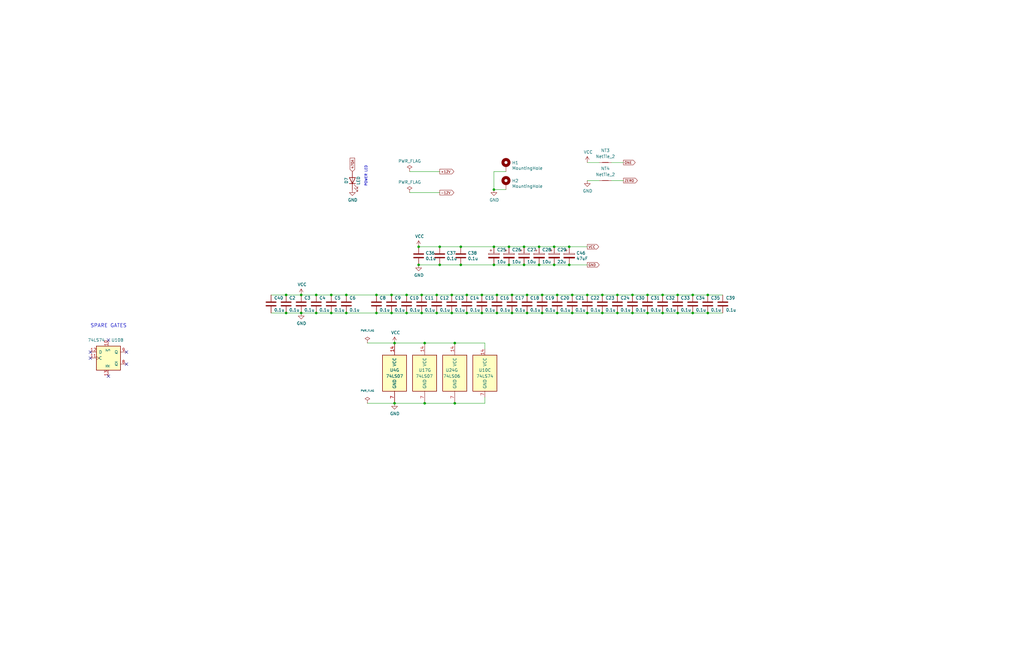
<source format=kicad_sch>
(kicad_sch (version 20211123) (generator eeschema)
  (paper "B")
  (lib_symbols
    (symbol "74xx:74LS06" (pin_names (offset 1.016))
      (property "Reference" "U" (at 0 1.27 0))
      (property "Value" "74LS06" (at 0 -1.27 0))
      (symbol "74LS06_1_0"
        (polyline (pts (xy -3.81 3.81) (xy -3.81 -3.81) (xy 3.81 0) (xy -3.81 3.81)) (stroke (width 0.254)) (fill (type background)))
        (pin input line (at -7.62 0 0) (length 3.81) (name "~") (number "1"))
        (pin open_collector inverted (at 7.62 0 180) (length 3.81) (name "~") (number "2"))
      )
      (symbol "74LS06_2_0"
        (polyline (pts (xy -3.81 3.81) (xy -3.81 -3.81) (xy 3.81 0) (xy -3.81 3.81)) (stroke (width 0.254)) (fill (type background)))
        (pin input line (at -7.62 0 0) (length 3.81) (name "~") (number "3"))
        (pin open_collector inverted (at 7.62 0 180) (length 3.81) (name "~") (number "4"))
      )
      (symbol "74LS06_3_0"
        (polyline (pts (xy -3.81 3.81) (xy -3.81 -3.81) (xy 3.81 0) (xy -3.81 3.81)) (stroke (width 0.254)) (fill (type background)))
        (pin input line (at -7.62 0 0) (length 3.81) (name "~") (number "5"))
        (pin open_collector inverted (at 7.62 0 180) (length 3.81) (name "~") (number "6"))
      )
      (symbol "74LS06_4_0"
        (polyline (pts (xy -3.81 3.81) (xy -3.81 -3.81) (xy 3.81 0) (xy -3.81 3.81)) (stroke (width 0.254)) (fill (type background)))
        (pin open_collector inverted (at 7.62 0 180) (length 3.81) (name "~") (number "8"))
        (pin input line (at -7.62 0 0) (length 3.81) (name "~") (number "9"))
      )
      (symbol "74LS06_5_0"
        (polyline (pts (xy -3.81 3.81) (xy -3.81 -3.81) (xy 3.81 0) (xy -3.81 3.81)) (stroke (width 0.254)) (fill (type background)))
        (pin open_collector inverted (at 7.62 0 180) (length 3.81) (name "~") (number "10"))
        (pin input line (at -7.62 0 0) (length 3.81) (name "~") (number "11"))
      )
      (symbol "74LS06_6_0"
        (polyline (pts (xy -3.81 3.81) (xy -3.81 -3.81) (xy 3.81 0) (xy -3.81 3.81)) (stroke (width 0.254)) (fill (type background)))
        (pin open_collector inverted (at 7.62 0 180) (length 3.81) (name "~") (number "12"))
        (pin input line (at -7.62 0 0) (length 3.81) (name "~") (number "13"))
      )
      (symbol "74LS06_7_0"
        (pin power_in line (at 0 12.7 270) (length 5.08) (name "VCC") (number "14"))
        (pin power_in line (at 0 -12.7 90) (length 5.08) (name "GND") (number "7"))
      )
      (symbol "74LS06_7_1"
        (rectangle (start -5.08 7.62) (end 5.08 -7.62) (stroke (width 0.254)) (fill (type background)))
      )
    )
    (symbol "74xx:74LS07" (pin_names (offset 1.016))
      (property "Reference" "U" (at 0 1.27 0))
      (property "Value" "74LS07" (at 0 -1.27 0))
      (symbol "74LS07_1_0"
        (polyline (pts (xy -3.81 3.81) (xy -3.81 -3.81) (xy 3.81 0) (xy -3.81 3.81)) (stroke (width 0.254)) (fill (type background)))
        (pin input line (at -7.62 0 0) (length 3.81) (name "~") (number "1"))
        (pin open_collector line (at 7.62 0 180) (length 3.81) (name "~") (number "2"))
      )
      (symbol "74LS07_2_0"
        (polyline (pts (xy -3.81 3.81) (xy -3.81 -3.81) (xy 3.81 0) (xy -3.81 3.81)) (stroke (width 0.254)) (fill (type background)))
        (pin input line (at -7.62 0 0) (length 3.81) (name "~") (number "3"))
        (pin open_collector line (at 7.62 0 180) (length 3.81) (name "~") (number "4"))
      )
      (symbol "74LS07_3_0"
        (polyline (pts (xy -3.81 3.81) (xy -3.81 -3.81) (xy 3.81 0) (xy -3.81 3.81)) (stroke (width 0.254)) (fill (type background)))
        (pin input line (at -7.62 0 0) (length 3.81) (name "~") (number "5"))
        (pin open_collector line (at 7.62 0 180) (length 3.81) (name "~") (number "6"))
      )
      (symbol "74LS07_4_0"
        (polyline (pts (xy -3.81 3.81) (xy -3.81 -3.81) (xy 3.81 0) (xy -3.81 3.81)) (stroke (width 0.254)) (fill (type background)))
        (pin open_collector line (at 7.62 0 180) (length 3.81) (name "~") (number "8"))
        (pin input line (at -7.62 0 0) (length 3.81) (name "~") (number "9"))
      )
      (symbol "74LS07_5_0"
        (polyline (pts (xy -3.81 3.81) (xy -3.81 -3.81) (xy 3.81 0) (xy -3.81 3.81)) (stroke (width 0.254)) (fill (type background)))
        (pin open_collector line (at 7.62 0 180) (length 3.81) (name "~") (number "10"))
        (pin input line (at -7.62 0 0) (length 3.81) (name "~") (number "11"))
      )
      (symbol "74LS07_6_0"
        (polyline (pts (xy -3.81 3.81) (xy -3.81 -3.81) (xy 3.81 0) (xy -3.81 3.81)) (stroke (width 0.254)) (fill (type background)))
        (pin open_collector line (at 7.62 0 180) (length 3.81) (name "~") (number "12"))
        (pin input line (at -7.62 0 0) (length 3.81) (name "~") (number "13"))
      )
      (symbol "74LS07_7_0"
        (pin power_in line (at 0 12.7 270) (length 5.08) (name "VCC") (number "14"))
        (pin power_in line (at 0 -12.7 90) (length 5.08) (name "GND") (number "7"))
      )
      (symbol "74LS07_7_1"
        (rectangle (start -5.08 7.62) (end 5.08 -7.62) (stroke (width 0.254)) (fill (type background)))
      )
    )
    (symbol "74xx:74LS74" (pin_names (offset 1.016))
      (property "Reference" "U" (at -7.62 8.89 0))
      (property "Value" "74LS74" (at -7.62 -8.89 0))
      (symbol "74LS74_1_0"
        (pin input line (at 0 -7.62 90) (length 2.54) (name "~{R}") (number "1"))
        (pin input line (at -7.62 2.54 0) (length 2.54) (name "D") (number "2"))
        (pin input clock (at -7.62 0 0) (length 2.54) (name "C") (number "3"))
        (pin input line (at 0 7.62 270) (length 2.54) (name "~{S}") (number "4"))
        (pin output line (at 7.62 2.54 180) (length 2.54) (name "Q") (number "5"))
        (pin output line (at 7.62 -2.54 180) (length 2.54) (name "~{Q}") (number "6"))
      )
      (symbol "74LS74_1_1"
        (rectangle (start -5.08 5.08) (end 5.08 -5.08) (stroke (width 0.254)) (fill (type background)))
      )
      (symbol "74LS74_2_0"
        (pin input line (at 0 7.62 270) (length 2.54) (name "~{S}") (number "10"))
        (pin input clock (at -7.62 0 0) (length 2.54) (name "C") (number "11"))
        (pin input line (at -7.62 2.54 0) (length 2.54) (name "D") (number "12"))
        (pin input line (at 0 -7.62 90) (length 2.54) (name "~{R}") (number "13"))
        (pin output line (at 7.62 -2.54 180) (length 2.54) (name "~{Q}") (number "8"))
        (pin output line (at 7.62 2.54 180) (length 2.54) (name "Q") (number "9"))
      )
      (symbol "74LS74_2_1"
        (rectangle (start -5.08 5.08) (end 5.08 -5.08) (stroke (width 0.254)) (fill (type background)))
      )
      (symbol "74LS74_3_0"
        (pin power_in line (at 0 10.16 270) (length 2.54) (name "VCC") (number "14"))
        (pin power_in line (at 0 -10.16 90) (length 2.54) (name "GND") (number "7"))
      )
      (symbol "74LS74_3_1"
        (rectangle (start -5.08 7.62) (end 5.08 -7.62) (stroke (width 0.254)) (fill (type background)))
      )
    )
    (symbol "Device:C" (pin_numbers hide) (pin_names (offset 0.254))
      (property "Reference" "C" (at 0.635 2.54 0))
      (property "Value" "C" (at 0.635 -2.54 0))
      (symbol "C_0_1"
        (polyline (pts (xy -2.032 -0.762) (xy 2.032 -0.762)) (stroke (width 0.508)))
        (polyline (pts (xy -2.032 0.762) (xy 2.032 0.762)) (stroke (width 0.508)))
      )
      (symbol "C_1_1"
        (pin passive line (at 0 3.81 270) (length 2.794) (name "~") (number "1"))
        (pin passive line (at 0 -3.81 90) (length 2.794) (name "~") (number "2"))
      )
    )
    (symbol "Device:C_Polarized" (pin_numbers hide) (pin_names (offset 0.254))
      (property "Reference" "C" (at 0.635 2.54 0))
      (property "Value" "C_Polarized" (at 0.635 -2.54 0))
      (symbol "C_Polarized_0_1"
        (rectangle (start -2.286 0.508) (end 2.286 1.016))
        (polyline (pts (xy -1.778 2.286) (xy -0.762 2.286)))
        (polyline (pts (xy -1.27 2.794) (xy -1.27 1.778)))
        (rectangle (start 2.286 -0.508) (end -2.286 -1.016) (fill (type outline)))
      )
      (symbol "C_Polarized_1_1"
        (pin passive line (at 0 3.81 270) (length 2.794) (name "~") (number "1"))
        (pin passive line (at 0 -3.81 90) (length 2.794) (name "~") (number "2"))
      )
    )
    (symbol "Device:LED" (pin_numbers hide) (pin_names (offset 1.016) hide)
      (property "Reference" "D" (at 0 2.54 0))
      (property "Value" "LED" (at 0 -2.54 0))
      (symbol "LED_0_1"
        (polyline (pts (xy -1.27 -1.27) (xy -1.27 1.27)) (stroke (width 0.254)))
        (polyline (pts (xy -1.27 0) (xy 1.27 0)))
        (polyline (pts (xy 1.27 -1.27) (xy 1.27 1.27) (xy -1.27 0) (xy 1.27 -1.27)) (stroke (width 0.254)))
        (polyline (pts (xy -3.048 -0.762) (xy -4.572 -2.286) (xy -3.81 -2.286) (xy -4.572 -2.286) (xy -4.572 -1.524)))
        (polyline (pts (xy -1.778 -0.762) (xy -3.302 -2.286) (xy -2.54 -2.286) (xy -3.302 -2.286) (xy -3.302 -1.524)))
      )
      (symbol "LED_1_1"
        (pin passive line (at -3.81 0 0) (length 2.54) (name "K") (number "1"))
        (pin passive line (at 3.81 0 180) (length 2.54) (name "A") (number "2"))
      )
    )
    (symbol "Device:NetTie_2" (pin_numbers hide) (pin_names (offset 0) hide) (in_bom no)
      (property "Reference" "NT" (at 0 1.27 0))
      (property "Value" "NetTie_2" (at 0 -1.27 0))
      (symbol "NetTie_2_0_1"
        (polyline (pts (xy -1.27 0) (xy 1.27 0)) (stroke (width 0.254)))
      )
      (symbol "NetTie_2_1_1"
        (pin passive line (at -2.54 0 0) (length 2.54) (name "1") (number "1"))
        (pin passive line (at 2.54 0 180) (length 2.54) (name "2") (number "2"))
      )
    )
    (symbol "Mechanical:MountingHole_Pad" (pin_numbers hide) (pin_names (offset 1.016) hide)
      (property "Reference" "H" (at 0 6.35 0))
      (property "Value" "MountingHole_Pad" (at 0 4.445 0))
      (symbol "MountingHole_Pad_0_1"
        (circle (center 0 1.27) (radius 1.27) (stroke (width 1.27)))
      )
      (symbol "MountingHole_Pad_1_1"
        (pin input line (at 0 -2.54 90) (length 2.54) (name "1") (number "1"))
      )
    )
    (symbol "power:GND" (power) (pin_names (offset 0))
      (property "Value" "GND" (at 0 -3.81 0))
      (symbol "GND_0_1"
        (polyline (pts (xy 0 0) (xy 0 -1.27) (xy 1.27 -1.27) (xy 0 -2.54) (xy -1.27 -1.27) (xy 0 -1.27)))
      )
      (symbol "GND_1_1"
        (pin power_in line (at 0 0 270) (length 0) hide (name "GND") (number "1"))
      )
    )
    (symbol "power:PWR_FLAG" (power) (pin_numbers hide) (pin_names (offset 0) hide)
      (property "Value" "PWR_FLAG" (at 0 3.81 0))
      (symbol "PWR_FLAG_0_0"
        (pin power_out line (at 0 0 90) (length 0) (name "pwr") (number "1"))
      )
      (symbol "PWR_FLAG_0_1"
        (polyline (pts (xy 0 0) (xy 0 1.27) (xy -1.016 1.905) (xy 0 2.54) (xy 1.016 1.905) (xy 0 1.27)))
      )
    )
    (symbol "power:VCC" (power) (pin_names (offset 0))
      (property "Value" "VCC" (at 0 3.81 0))
      (symbol "VCC_0_1"
        (polyline (pts (xy -0.762 1.27) (xy 0 2.54)))
        (polyline (pts (xy 0 0) (xy 0 2.54)))
        (polyline (pts (xy 0 2.54) (xy 0.762 1.27)))
      )
      (symbol "VCC_1_1"
        (pin power_in line (at 0 0 90) (length 0) hide (name "VCC") (number "1"))
      )
    )
  )
  (junction (at 214.63 111.76))
  (junction (at 196.85 132.08))
  (junction (at 227.33 104.14))
  (junction (at 273.05 132.08))
  (junction (at 298.45 124.46))
  (junction (at 190.5 124.46))
  (junction (at 254 124.46))
  (junction (at 196.85 124.46))
  (junction (at 171.45 132.08))
  (junction (at 241.3 124.46))
  (junction (at 208.28 111.76))
  (junction (at 222.25 124.46))
  (junction (at 279.4 132.08))
  (junction (at 240.03 111.76))
  (junction (at 194.31 104.14))
  (junction (at 158.75 124.46))
  (junction (at 285.75 132.08))
  (junction (at 220.98 104.14))
  (junction (at 177.8 132.08))
  (junction (at 209.55 124.46))
  (junction (at 233.68 111.76))
  (junction (at 191.77 144.78))
  (junction (at 298.45 132.08))
  (junction (at 191.77 170.18))
  (junction (at 279.4 124.46))
  (junction (at 127 124.46))
  (junction (at 266.7 132.08))
  (junction (at 184.15 132.08))
  (junction (at 165.1 124.46))
  (junction (at 179.07 144.78))
  (junction (at 171.45 124.46))
  (junction (at 146.05 132.08))
  (junction (at 139.7 132.08))
  (junction (at 176.53 111.76))
  (junction (at 209.55 132.08))
  (junction (at 222.25 132.08))
  (junction (at 179.07 170.18))
  (junction (at 176.53 104.14))
  (junction (at 215.9 124.46))
  (junction (at 240.03 104.14))
  (junction (at 203.2 132.08))
  (junction (at 228.6 124.46))
  (junction (at 234.95 132.08))
  (junction (at 234.95 124.46))
  (junction (at 260.35 124.46))
  (junction (at 292.1 132.08))
  (junction (at 208.28 80.01))
  (junction (at 185.42 111.76))
  (junction (at 260.35 132.08))
  (junction (at 166.37 144.78))
  (junction (at 215.9 132.08))
  (junction (at 266.7 124.46))
  (junction (at 254 132.08))
  (junction (at 247.65 132.08))
  (junction (at 292.1 124.46))
  (junction (at 139.7 124.46))
  (junction (at 241.3 132.08))
  (junction (at 146.05 124.46))
  (junction (at 273.05 124.46))
  (junction (at 120.65 124.46))
  (junction (at 190.5 132.08))
  (junction (at 214.63 104.14))
  (junction (at 220.98 111.76))
  (junction (at 120.65 132.08))
  (junction (at 133.35 132.08))
  (junction (at 228.6 132.08))
  (junction (at 133.35 124.46))
  (junction (at 203.2 124.46))
  (junction (at 185.42 104.14))
  (junction (at 208.28 104.14))
  (junction (at 285.75 124.46))
  (junction (at 127 132.08))
  (junction (at 194.31 111.76))
  (junction (at 166.37 170.18))
  (junction (at 227.33 111.76))
  (junction (at 247.65 124.46))
  (junction (at 177.8 124.46))
  (junction (at 165.1 132.08))
  (junction (at 158.75 132.08))
  (junction (at 233.68 104.14))
  (junction (at 184.15 124.46))
  (no_connect (at 45.72 143.51))
  (no_connect (at 53.34 148.59))
  (no_connect (at 38.1 148.59))
  (no_connect (at 45.72 158.75))
  (no_connect (at 38.1 151.13))
  (no_connect (at 53.34 153.67))
  (wire (pts (xy 154.94 144.78) (xy 166.37 144.78)))
  (wire (pts (xy 146.05 124.46) (xy 158.75 124.46)))
  (wire (pts (xy 247.65 132.08) (xy 254 132.08)))
  (wire (pts (xy 298.45 132.08) (xy 304.8 132.08)))
  (wire (pts (xy 222.25 132.08) (xy 228.6 132.08)))
  (wire (pts (xy 208.28 72.39) (xy 208.28 80.01)))
  (wire (pts (xy 179.07 144.78) (xy 191.77 144.78)))
  (wire (pts (xy 133.35 124.46) (xy 139.7 124.46)))
  (wire (pts (xy 266.7 124.46) (xy 273.05 124.46)))
  (wire (pts (xy 292.1 132.08) (xy 298.45 132.08)))
  (wire (pts (xy 172.72 72.39) (xy 185.42 72.39)))
  (wire (pts (xy 196.85 124.46) (xy 203.2 124.46)))
  (wire (pts (xy 172.72 81.28) (xy 185.42 81.28)))
  (wire (pts (xy 114.3 124.46) (xy 120.65 124.46)))
  (wire (pts (xy 185.42 111.76) (xy 194.31 111.76)))
  (wire (pts (xy 204.47 167.64) (xy 204.47 170.18)))
  (wire (pts (xy 165.1 132.08) (xy 171.45 132.08)))
  (wire (pts (xy 285.75 132.08) (xy 292.1 132.08)))
  (wire (pts (xy 279.4 132.08) (xy 285.75 132.08)))
  (wire (pts (xy 273.05 132.08) (xy 279.4 132.08)))
  (wire (pts (xy 139.7 132.08) (xy 146.05 132.08)))
  (wire (pts (xy 273.05 124.46) (xy 279.4 124.46)))
  (wire (pts (xy 240.03 111.76) (xy 247.65 111.76)))
  (wire (pts (xy 279.4 124.46) (xy 285.75 124.46)))
  (wire (pts (xy 166.37 170.18) (xy 179.07 170.18)))
  (wire (pts (xy 166.37 144.78) (xy 179.07 144.78)))
  (wire (pts (xy 176.53 104.14) (xy 185.42 104.14)))
  (wire (pts (xy 240.03 104.14) (xy 247.65 104.14)))
  (wire (pts (xy 194.31 111.76) (xy 208.28 111.76)))
  (wire (pts (xy 257.81 76.2) (xy 262.89 76.2)))
  (wire (pts (xy 176.53 111.76) (xy 185.42 111.76)))
  (wire (pts (xy 165.1 124.46) (xy 171.45 124.46)))
  (wire (pts (xy 214.63 111.76) (xy 220.98 111.76)))
  (wire (pts (xy 204.47 144.78) (xy 204.47 147.32)))
  (wire (pts (xy 171.45 132.08) (xy 177.8 132.08)))
  (wire (pts (xy 234.95 124.46) (xy 241.3 124.46)))
  (wire (pts (xy 177.8 132.08) (xy 184.15 132.08)))
  (wire (pts (xy 220.98 104.14) (xy 227.33 104.14)))
  (wire (pts (xy 196.85 132.08) (xy 203.2 132.08)))
  (wire (pts (xy 228.6 124.46) (xy 234.95 124.46)))
  (wire (pts (xy 184.15 132.08) (xy 190.5 132.08)))
  (wire (pts (xy 214.63 104.14) (xy 220.98 104.14)))
  (wire (pts (xy 247.65 124.46) (xy 254 124.46)))
  (wire (pts (xy 127 132.08) (xy 133.35 132.08)))
  (wire (pts (xy 241.3 124.46) (xy 247.65 124.46)))
  (wire (pts (xy 260.35 124.46) (xy 266.7 124.46)))
  (wire (pts (xy 208.28 104.14) (xy 214.63 104.14)))
  (wire (pts (xy 298.45 124.46) (xy 304.8 124.46)))
  (wire (pts (xy 204.47 170.18) (xy 191.77 170.18)))
  (wire (pts (xy 203.2 132.08) (xy 209.55 132.08)))
  (wire (pts (xy 120.65 124.46) (xy 127 124.46)))
  (wire (pts (xy 266.7 132.08) (xy 273.05 132.08)))
  (wire (pts (xy 222.25 124.46) (xy 228.6 124.46)))
  (wire (pts (xy 247.65 68.58) (xy 252.73 68.58)))
  (wire (pts (xy 260.35 132.08) (xy 266.7 132.08)))
  (wire (pts (xy 146.05 132.08) (xy 158.75 132.08)))
  (wire (pts (xy 213.36 72.39) (xy 208.28 72.39)))
  (wire (pts (xy 194.31 104.14) (xy 208.28 104.14)))
  (wire (pts (xy 209.55 132.08) (xy 215.9 132.08)))
  (wire (pts (xy 158.75 124.46) (xy 165.1 124.46)))
  (wire (pts (xy 171.45 124.46) (xy 177.8 124.46)))
  (wire (pts (xy 208.28 111.76) (xy 214.63 111.76)))
  (wire (pts (xy 215.9 124.46) (xy 222.25 124.46)))
  (wire (pts (xy 241.3 132.08) (xy 247.65 132.08)))
  (wire (pts (xy 234.95 132.08) (xy 241.3 132.08)))
  (wire (pts (xy 190.5 124.46) (xy 196.85 124.46)))
  (wire (pts (xy 227.33 111.76) (xy 233.68 111.76)))
  (wire (pts (xy 220.98 111.76) (xy 227.33 111.76)))
  (wire (pts (xy 228.6 132.08) (xy 234.95 132.08)))
  (wire (pts (xy 285.75 124.46) (xy 292.1 124.46)))
  (wire (pts (xy 257.81 68.58) (xy 262.89 68.58)))
  (wire (pts (xy 179.07 170.18) (xy 191.77 170.18)))
  (wire (pts (xy 139.7 124.46) (xy 146.05 124.46)))
  (wire (pts (xy 133.35 132.08) (xy 139.7 132.08)))
  (wire (pts (xy 177.8 124.46) (xy 184.15 124.46)))
  (wire (pts (xy 191.77 144.78) (xy 204.47 144.78)))
  (wire (pts (xy 254 132.08) (xy 260.35 132.08)))
  (wire (pts (xy 114.3 132.08) (xy 120.65 132.08)))
  (wire (pts (xy 203.2 124.46) (xy 209.55 124.46)))
  (wire (pts (xy 233.68 111.76) (xy 240.03 111.76)))
  (wire (pts (xy 247.65 76.2) (xy 252.73 76.2)))
  (wire (pts (xy 254 124.46) (xy 260.35 124.46)))
  (wire (pts (xy 209.55 124.46) (xy 215.9 124.46)))
  (wire (pts (xy 154.94 170.18) (xy 166.37 170.18)))
  (wire (pts (xy 184.15 124.46) (xy 190.5 124.46)))
  (wire (pts (xy 215.9 132.08) (xy 222.25 132.08)))
  (wire (pts (xy 233.68 104.14) (xy 240.03 104.14)))
  (wire (pts (xy 190.5 132.08) (xy 196.85 132.08)))
  (wire (pts (xy 292.1 124.46) (xy 298.45 124.46)))
  (wire (pts (xy 227.33 104.14) (xy 233.68 104.14)))
  (wire (pts (xy 185.42 104.14) (xy 194.31 104.14)))
  (wire (pts (xy 158.75 132.08) (xy 165.1 132.08)))
  (wire (pts (xy 213.36 80.01) (xy 208.28 80.01)))
  (wire (pts (xy 127 124.46) (xy 133.35 124.46)))
  (wire (pts (xy 120.65 132.08) (xy 127 132.08)))
  (text "POWER LED" (at 154.94 78.74 90) (effects (font (size 1.016 1.016)) (justify left bottom)))
  (text "SPARE GATES" (at 38.1 138.43 0) (effects (font (size 1.524 1.524)) (justify left bottom)))
  (global_label "GND" (shape output) (at 247.65 111.76 0) (effects (font (size 1.016 1.016))) (property "Intersheet References" "${INTERSHEET_REFS}" (effects hide)))
  (global_label "ONE" (shape output) (at 262.89 68.58 0) (effects (font (size 1.016 1.016))) (property "Intersheet References" "${INTERSHEET_REFS}" (effects hide)))
  (global_label "ZERO" (shape output) (at 262.89 76.2 0) (effects (font (size 1.016 1.016))) (property "Intersheet References" "${INTERSHEET_REFS}" (effects hide)))
  (global_label "470A" (shape input) (at 148.59 72.39 90) (effects (font (size 1.016 1.016))) (property "Intersheet References" "${INTERSHEET_REFS}" (effects hide)))
  (global_label "VCC" (shape output) (at 247.65 104.14 0) (effects (font (size 1.016 1.016))) (property "Intersheet References" "${INTERSHEET_REFS}" (effects hide)))
  (global_label "+12V" (shape output) (at 185.42 72.39 0) (effects (font (size 1.016 1.016))) (property "Intersheet References" "${INTERSHEET_REFS}" (effects hide)))
  (global_label "-12V" (shape output) (at 185.42 81.28 0) (effects (font (size 1.016 1.016))) (property "Intersheet References" "${INTERSHEET_REFS}" (effects hide)))
  (symbol (lib_id "74xx:74LS07") (at 179.07 157.48 0) (unit 7)
    (property "Reference" "U17" (at 176.53 156.21 0) (effects (justify left)))
    (property "Value" "74LS07" (at 175.26 158.75 0) (effects (justify left)))
    (property "Footprint" "Package_DIP:DIP-14_W7.62mm" (effects hide))
    (property "Datasheet" "www.ti.com/lit/ds/symlink/sn74ls07.pdf" (effects hide))
  )
  (symbol (lib_id "power:GND") (at 166.37 170.18 0) (unit 1)
    (property "Reference" "#PWR077" (effects hide))
    (property "Value" "GND" (at 166.497 174.5742 0))
  )
  (symbol (lib_id "Device:C_Polarized") (at 240.03 107.95 0) (unit 1)
    (property "Reference" "C46" (at 243.0272 106.7816 0) (effects (justify left)))
    (property "Value" "47uF" (at 243.0272 109.093 0) (effects (justify left)))
    (property "Footprint" "Capacitor_THT:CP_Radial_D5.0mm_P2.50mm" (effects hide))
  )
  (symbol (lib_id "Device:C") (at 254 128.27 0) (unit 1)
    (property "Reference" "C23" (at 255.27 125.73 0) (effects (justify left)))
    (property "Value" "0.1u" (at 255.27 130.81 0) (effects (justify left)))
    (property "Footprint" "Capacitor_THT:C_Disc_D5.0mm_W2.5mm_P5.00mm" (effects hide))
  )
  (symbol (lib_id "Device:C_Polarized") (at 208.28 107.95 0) (unit 1)
    (property "Reference" "C25" (at 209.55 105.41 0) (effects (justify left)))
    (property "Value" "10u" (at 209.55 110.49 0) (effects (justify left)))
    (property "Footprint" "Capacitor_THT:CP_Radial_D5.0mm_P2.50mm" (effects hide))
  )
  (symbol (lib_id "Device:C_Polarized") (at 227.33 107.95 0) (unit 1)
    (property "Reference" "C28" (at 228.6 105.41 0) (effects (justify left)))
    (property "Value" "10u" (at 228.6 110.49 0) (effects (justify left)))
    (property "Footprint" "Capacitor_THT:CP_Radial_D5.0mm_P2.50mm" (effects hide))
  )
  (symbol (lib_id "Device:C") (at 215.9 128.27 0) (unit 1)
    (property "Reference" "C17" (at 217.17 125.73 0) (effects (justify left)))
    (property "Value" "0.1u" (at 217.17 130.81 0) (effects (justify left)))
    (property "Footprint" "Capacitor_THT:C_Disc_D5.0mm_W2.5mm_P5.00mm" (effects hide))
  )
  (symbol (lib_id "Device:C") (at 222.25 128.27 0) (unit 1)
    (property "Reference" "C18" (at 223.52 125.73 0) (effects (justify left)))
    (property "Value" "0.1u" (at 223.52 130.81 0) (effects (justify left)))
    (property "Footprint" "Capacitor_THT:C_Disc_D5.0mm_W2.5mm_P5.00mm" (effects hide))
  )
  (symbol (lib_id "Device:C") (at 228.6 128.27 0) (unit 1)
    (property "Reference" "C19" (at 229.87 125.73 0) (effects (justify left)))
    (property "Value" "0.1u" (at 229.87 130.81 0) (effects (justify left)))
    (property "Footprint" "Capacitor_THT:C_Disc_D5.0mm_W2.5mm_P5.00mm" (effects hide))
  )
  (symbol (lib_id "Device:C") (at 234.95 128.27 0) (unit 1)
    (property "Reference" "C20" (at 236.22 125.73 0) (effects (justify left)))
    (property "Value" "0.1u" (at 236.22 130.81 0) (effects (justify left)))
    (property "Footprint" "Capacitor_THT:C_Disc_D5.0mm_W2.5mm_P5.00mm" (effects hide))
  )
  (symbol (lib_id "Device:C") (at 241.3 128.27 0) (unit 1)
    (property "Reference" "C21" (at 242.57 125.73 0) (effects (justify left)))
    (property "Value" "0.1u" (at 242.57 130.81 0) (effects (justify left)))
    (property "Footprint" "Capacitor_THT:C_Disc_D5.0mm_W2.5mm_P5.00mm" (effects hide))
  )
  (symbol (lib_id "Device:C") (at 247.65 128.27 0) (unit 1)
    (property "Reference" "C22" (at 248.92 125.73 0) (effects (justify left)))
    (property "Value" "0.1u" (at 248.92 130.81 0) (effects (justify left)))
    (property "Footprint" "Capacitor_THT:C_Disc_D5.0mm_W2.5mm_P5.00mm" (effects hide))
  )
  (symbol (lib_id "74xx:74LS07") (at 166.37 157.48 0) (unit 7)
    (property "Reference" "U4" (at 166.37 156.21 0))
    (property "Value" "74LS07" (at 166.37 158.75 0))
    (property "Footprint" "Package_DIP:DIP-14_W7.62mm" (effects hide))
    (property "Datasheet" "www.ti.com/lit/ds/symlink/sn74ls07.pdf" (effects hide))
  )
  (symbol (lib_id "Device:C_Polarized") (at 233.68 107.95 0) (unit 1)
    (property "Reference" "C29" (at 234.95 105.41 0) (effects (justify left)))
    (property "Value" "22u" (at 234.95 110.49 0) (effects (justify left)))
    (property "Footprint" "Capacitor_THT:CP_Radial_D5.0mm_P2.50mm" (effects hide))
  )
  (symbol (lib_id "Device:C") (at 165.1 128.27 0) (unit 1)
    (property "Reference" "C9" (at 166.37 125.73 0) (effects (justify left)))
    (property "Value" "0.1u" (at 166.37 130.81 0) (effects (justify left)))
    (property "Footprint" "Capacitor_THT:C_Disc_D5.0mm_W2.5mm_P5.00mm" (effects hide))
  )
  (symbol (lib_id "Device:C") (at 171.45 128.27 0) (unit 1)
    (property "Reference" "C10" (at 172.72 125.73 0) (effects (justify left)))
    (property "Value" "0.1u" (at 172.72 130.81 0) (effects (justify left)))
    (property "Footprint" "Capacitor_THT:C_Disc_D5.0mm_W2.5mm_P5.00mm" (effects hide))
  )
  (symbol (lib_id "Device:C") (at 177.8 128.27 0) (unit 1)
    (property "Reference" "C11" (at 179.07 125.73 0) (effects (justify left)))
    (property "Value" "0.1u" (at 179.07 130.81 0) (effects (justify left)))
    (property "Footprint" "Capacitor_THT:C_Disc_D5.0mm_W2.5mm_P5.00mm" (effects hide))
  )
  (symbol (lib_id "Device:C") (at 184.15 128.27 0) (unit 1)
    (property "Reference" "C12" (at 185.42 125.73 0) (effects (justify left)))
    (property "Value" "0.1u" (at 185.42 130.81 0) (effects (justify left)))
    (property "Footprint" "Capacitor_THT:C_Disc_D5.0mm_W2.5mm_P5.00mm" (effects hide))
  )
  (symbol (lib_id "Device:C") (at 260.35 128.27 0) (unit 1)
    (property "Reference" "C24" (at 261.62 125.73 0) (effects (justify left)))
    (property "Value" "0.1u" (at 261.62 130.81 0) (effects (justify left)))
    (property "Footprint" "Capacitor_THT:C_Disc_D5.0mm_W2.5mm_P5.00mm" (effects hide))
  )
  (symbol (lib_id "Device:C") (at 176.53 107.95 0) (unit 1)
    (property "Reference" "C36" (at 179.451 106.7816 0) (effects (justify left)))
    (property "Value" "0.1u" (at 179.451 109.093 0) (effects (justify left)))
    (property "Footprint" "Capacitor_THT:C_Disc_D5.0mm_W2.5mm_P5.00mm" (effects hide))
  )
  (symbol (lib_id "Device:C") (at 185.42 107.95 0) (unit 1)
    (property "Reference" "C37" (at 188.341 106.7816 0) (effects (justify left)))
    (property "Value" "0.1u" (at 188.341 109.093 0) (effects (justify left)))
    (property "Footprint" "Capacitor_THT:C_Disc_D5.0mm_W2.5mm_P5.00mm" (effects hide))
  )
  (symbol (lib_id "Device:C") (at 194.31 107.95 0) (unit 1)
    (property "Reference" "C38" (at 197.231 106.7816 0) (effects (justify left)))
    (property "Value" "0.1u" (at 197.231 109.093 0) (effects (justify left)))
    (property "Footprint" "Capacitor_THT:C_Disc_D5.0mm_W2.5mm_P5.00mm" (effects hide))
  )
  (symbol (lib_id "power:VCC") (at 166.37 144.78 0) (unit 1)
    (property "Reference" "#PWR075" (effects hide))
    (property "Value" "VCC" (at 166.8018 140.3858 0))
  )
  (symbol (lib_id "Device:C") (at 190.5 128.27 0) (unit 1)
    (property "Reference" "C13" (at 191.77 125.73 0) (effects (justify left)))
    (property "Value" "0.1u" (at 191.77 130.81 0) (effects (justify left)))
    (property "Footprint" "Capacitor_THT:C_Disc_D5.0mm_W2.5mm_P5.00mm" (effects hide))
  )
  (symbol (lib_id "Device:C") (at 196.85 128.27 0) (unit 1)
    (property "Reference" "C14" (at 198.12 125.73 0) (effects (justify left)))
    (property "Value" "0.1u" (at 198.12 130.81 0) (effects (justify left)))
    (property "Footprint" "Capacitor_THT:C_Disc_D5.0mm_W2.5mm_P5.00mm" (effects hide))
  )
  (symbol (lib_id "power:PWR_FLAG") (at 154.94 144.78 0) (unit 1)
    (property "Reference" "#FLG06" (effects hide))
    (property "Value" "PWR_FLAG" (at 154.94 139.4968 0) (effects (font (size 0.762 0.762))))
  )
  (symbol (lib_id "power:PWR_FLAG") (at 154.94 170.18 0) (unit 1)
    (property "Reference" "#FLG07" (effects hide))
    (property "Value" "PWR_FLAG" (at 154.94 164.8968 0) (effects (font (size 0.762 0.762))))
  )
  (symbol (lib_id "Device:C") (at 209.55 128.27 0) (unit 1)
    (property "Reference" "C16" (at 210.82 125.73 0) (effects (justify left)))
    (property "Value" "0.1u" (at 210.82 130.81 0) (effects (justify left)))
    (property "Footprint" "Capacitor_THT:C_Disc_D5.0mm_W2.5mm_P5.00mm" (effects hide))
  )
  (symbol (lib_id "Device:C") (at 203.2 128.27 0) (unit 1)
    (property "Reference" "C15" (at 204.47 125.73 0) (effects (justify left)))
    (property "Value" "0.1u" (at 204.47 130.81 0) (effects (justify left)))
    (property "Footprint" "Capacitor_THT:C_Disc_D5.0mm_W2.5mm_P5.00mm" (effects hide))
  )
  (symbol (lib_id "Mechanical:MountingHole_Pad") (at 213.36 77.47 0) (unit 1)
    (property "Reference" "H2" (at 215.9 76.3016 0) (effects (justify left)))
    (property "Value" "MountingHole" (at 215.9 78.613 0) (effects (justify left)))
    (property "Footprint" "MountingHole:MountingHole_3.2mm_M3_Pad" (effects hide))
  )
  (symbol (lib_id "power:GND") (at 247.65 76.2 0) (unit 1)
    (property "Reference" "#PWR037" (effects hide))
    (property "Value" "GND" (at 247.777 80.5942 0))
  )
  (symbol (lib_id "power:VCC") (at 247.65 68.58 0) (unit 1)
    (property "Reference" "#PWR014" (effects hide))
    (property "Value" "VCC" (at 248.031 64.1858 0))
  )
  (symbol (lib_id "Mechanical:MountingHole_Pad") (at 213.36 69.85 0) (unit 1)
    (property "Reference" "H1" (at 215.9 68.6816 0) (effects (justify left)))
    (property "Value" "MountingHole" (at 215.9 70.993 0) (effects (justify left)))
    (property "Footprint" "MountingHole:MountingHole_3.2mm_M3_Pad" (effects hide))
  )
  (symbol (lib_id "power:GND") (at 208.28 80.01 0) (unit 1)
    (property "Reference" "#PWR0117" (effects hide))
    (property "Value" "GND" (at 208.407 84.4042 0))
  )
  (symbol (lib_id "74xx:74LS74") (at 45.72 151.13 0) (unit 2)
    (property "Reference" "U10" (at 49.53 143.51 0))
    (property "Value" "74LS74" (at 40.64 143.51 0))
    (property "Footprint" "Package_DIP:DIP-14_W7.62mm" (effects hide))
    (property "Datasheet" "74xx/74hc_hct74.pdf" (effects hide))
  )
  (symbol (lib_id "74xx:74LS74") (at 204.47 157.48 0) (unit 3)
    (property "Reference" "U10" (at 204.47 156.21 0))
    (property "Value" "74LS74" (at 204.47 158.75 0))
    (property "Footprint" "Package_DIP:DIP-14_W7.62mm" (effects hide))
    (property "Datasheet" "74xx/74hc_hct74.pdf" (effects hide))
  )
  (symbol (lib_id "Device:C") (at 298.45 128.27 0) (unit 1)
    (property "Reference" "C35" (at 299.72 125.73 0) (effects (justify left)))
    (property "Value" "0.1u" (at 299.72 130.81 0) (effects (justify left)))
    (property "Footprint" "Capacitor_THT:C_Disc_D5.0mm_W2.5mm_P5.00mm" (effects hide))
  )
  (symbol (lib_id "Device:C") (at 304.8 128.27 0) (unit 1)
    (property "Reference" "C39" (at 306.07 125.73 0) (effects (justify left)))
    (property "Value" "0.1u" (at 306.07 130.81 0) (effects (justify left)))
    (property "Footprint" "Capacitor_THT:C_Disc_D5.0mm_W2.5mm_P5.00mm" (effects hide))
  )
  (symbol (lib_id "Device:C") (at 266.7 128.27 0) (unit 1)
    (property "Reference" "C30" (at 267.97 125.73 0) (effects (justify left)))
    (property "Value" "0.1u" (at 267.97 130.81 0) (effects (justify left)))
    (property "Footprint" "Capacitor_THT:C_Disc_D5.0mm_W2.5mm_P5.00mm" (effects hide))
  )
  (symbol (lib_id "Device:C") (at 273.05 128.27 0) (unit 1)
    (property "Reference" "C31" (at 274.32 125.73 0) (effects (justify left)))
    (property "Value" "0.1u" (at 274.32 130.81 0) (effects (justify left)))
    (property "Footprint" "Capacitor_THT:C_Disc_D5.0mm_W2.5mm_P5.00mm" (effects hide))
  )
  (symbol (lib_id "Device:C") (at 279.4 128.27 0) (unit 1)
    (property "Reference" "C32" (at 280.67 125.73 0) (effects (justify left)))
    (property "Value" "0.1u" (at 280.67 130.81 0) (effects (justify left)))
    (property "Footprint" "Capacitor_THT:C_Disc_D5.0mm_W2.5mm_P5.00mm" (effects hide))
  )
  (symbol (lib_id "Device:C") (at 285.75 128.27 0) (unit 1)
    (property "Reference" "C33" (at 287.02 125.73 0) (effects (justify left)))
    (property "Value" "0.1u" (at 287.02 130.81 0) (effects (justify left)))
    (property "Footprint" "Capacitor_THT:C_Disc_D5.0mm_W2.5mm_P5.00mm" (effects hide))
  )
  (symbol (lib_id "Device:C") (at 292.1 128.27 0) (unit 1)
    (property "Reference" "C34" (at 293.37 125.73 0) (effects (justify left)))
    (property "Value" "0.1u" (at 293.37 130.81 0) (effects (justify left)))
    (property "Footprint" "Capacitor_THT:C_Disc_D5.0mm_W2.5mm_P5.00mm" (effects hide))
  )
  (symbol (lib_id "Device:C") (at 158.75 128.27 0) (unit 1)
    (property "Reference" "C8" (at 160.02 125.73 0) (effects (justify left)))
    (property "Value" "0.1u" (at 160.02 130.81 0) (effects (justify left)))
    (property "Footprint" "Capacitor_THT:C_Disc_D5.0mm_W2.5mm_P5.00mm" (effects hide))
  )
  (symbol (lib_id "Device:C_Polarized") (at 220.98 107.95 0) (unit 1)
    (property "Reference" "C27" (at 222.25 105.41 0) (effects (justify left)))
    (property "Value" "10u" (at 222.25 110.49 0) (effects (justify left)))
    (property "Footprint" "Capacitor_THT:CP_Radial_D5.0mm_P2.50mm" (effects hide))
  )
  (symbol (lib_id "Device:C_Polarized") (at 214.63 107.95 0) (unit 1)
    (property "Reference" "C26" (at 215.9 105.41 0) (effects (justify left)))
    (property "Value" "10u" (at 215.9 110.49 0) (effects (justify left)))
    (property "Footprint" "Capacitor_THT:CP_Radial_D5.0mm_P2.50mm" (effects hide))
  )
  (symbol (lib_id "Device:C") (at 120.65 128.27 0) (unit 1)
    (property "Reference" "C2" (at 121.92 125.73 0) (effects (justify left)))
    (property "Value" "0.1u" (at 121.92 130.81 0) (effects (justify left)))
    (property "Footprint" "Capacitor_THT:C_Disc_D5.0mm_W2.5mm_P5.00mm" (effects hide))
  )
  (symbol (lib_id "Device:C") (at 127 128.27 0) (unit 1)
    (property "Reference" "C3" (at 128.27 125.73 0) (effects (justify left)))
    (property "Value" "0.1u" (at 128.27 130.81 0) (effects (justify left)))
    (property "Footprint" "Capacitor_THT:C_Disc_D5.0mm_W2.5mm_P5.00mm" (effects hide))
  )
  (symbol (lib_id "Device:C") (at 133.35 128.27 0) (unit 1)
    (property "Reference" "C4" (at 134.62 125.73 0) (effects (justify left)))
    (property "Value" "0.1u" (at 134.62 130.81 0) (effects (justify left)))
    (property "Footprint" "Capacitor_THT:C_Disc_D5.0mm_W2.5mm_P5.00mm" (effects hide))
  )
  (symbol (lib_id "Device:C") (at 139.7 128.27 0) (unit 1)
    (property "Reference" "C5" (at 140.97 125.73 0) (effects (justify left)))
    (property "Value" "0.1u" (at 140.97 130.81 0) (effects (justify left)))
    (property "Footprint" "Capacitor_THT:C_Disc_D5.0mm_W2.5mm_P5.00mm" (effects hide))
  )
  (symbol (lib_id "Device:C") (at 146.05 128.27 0) (unit 1)
    (property "Reference" "C6" (at 147.32 125.73 0) (effects (justify left)))
    (property "Value" "0.1u" (at 147.32 130.81 0) (effects (justify left)))
    (property "Footprint" "Capacitor_THT:C_Disc_D5.0mm_W2.5mm_P5.00mm" (effects hide))
  )
  (symbol (lib_id "74xx:74LS06") (at 191.77 157.48 0) (unit 7)
    (property "Reference" "U24" (at 190.5 156.21 0))
    (property "Value" "74LS06" (at 190.5 158.75 0))
    (property "Footprint" "Package_DIP:DIP-14_W7.62mm" (effects hide))
    (property "Datasheet" "http://www.ti.com/lit/gpn/sn74LS06" (effects hide))
  )
  (symbol (lib_id "power:PWR_FLAG") (at 172.72 81.28 0) (unit 1)
    (property "Reference" "#FLG02" (effects hide))
    (property "Value" "PWR_FLAG" (at 172.72 76.8858 0))
  )
  (symbol (lib_id "power:PWR_FLAG") (at 172.72 72.39 0) (unit 1)
    (property "Reference" "#FLG01" (effects hide))
    (property "Value" "PWR_FLAG" (at 172.72 67.9958 0))
  )
  (symbol (lib_id "power:GND") (at 127 132.08 0) (unit 1)
    (property "Reference" "#PWR040" (effects hide))
    (property "Value" "GND" (at 127.127 136.4742 0))
  )
  (symbol (lib_id "Device:LED") (at 148.59 76.2 90) (unit 1)
    (property "Reference" "D7" (at 146.05 76.2 0))
    (property "Value" "LED" (at 151.13 76.2 0))
    (property "Footprint" "LED_THT:LED_D3.0mm_Horizontal_O3.81mm_Z2.0mm" (effects hide))
  )
  (symbol (lib_id "power:VCC") (at 176.53 104.14 0) (unit 1)
    (property "Reference" "#PWR0113" (effects hide))
    (property "Value" "VCC" (at 176.911 99.7458 0))
  )
  (symbol (lib_id "power:GND") (at 176.53 111.76 0) (unit 1)
    (property "Reference" "#PWR0114" (effects hide))
    (property "Value" "GND" (at 176.657 116.1542 0))
  )
  (symbol (lib_id "power:GND") (at 148.59 80.01 0) (unit 1)
    (property "Reference" "#PWR0115" (effects hide))
    (property "Value" "GND" (at 148.717 84.4042 0))
  )
  (symbol (lib_id "power:VCC") (at 127 124.46 0) (unit 1)
    (property "Reference" "#PWR0116" (effects hide))
    (property "Value" "VCC" (at 127.381 120.0658 0))
  )
  (symbol (lib_id "Device:C") (at 114.3 128.27 0) (unit 1)
    (property "Reference" "C40" (at 115.57 125.73 0) (effects (justify left)))
    (property "Value" "0.1u" (at 115.57 130.81 0) (effects (justify left)))
    (property "Footprint" "Capacitor_THT:C_Disc_D5.0mm_W2.5mm_P5.00mm" (effects hide))
  )
  (symbol (lib_id "Device:NetTie_2") (at 255.27 68.58 0) (unit 1) (in_bom no)
    (property "Reference" "NT3" (at 255.27 63.5 0))
    (property "Value" "NetTie_2" (at 255.27 66.04 0))
    (property "Footprint" "NetTie:NetTie-2_THT_Pad0.3mm" (effects hide))
  )
  (symbol (lib_id "Device:NetTie_2") (at 255.27 76.2 0) (unit 1) (in_bom no)
    (property "Reference" "NT4" (at 255.27 71.12 0))
    (property "Value" "NetTie_2" (at 255.27 73.66 0))
    (property "Footprint" "NetTie:NetTie-2_THT_Pad0.3mm" (effects hide))
  )
)
</source>
